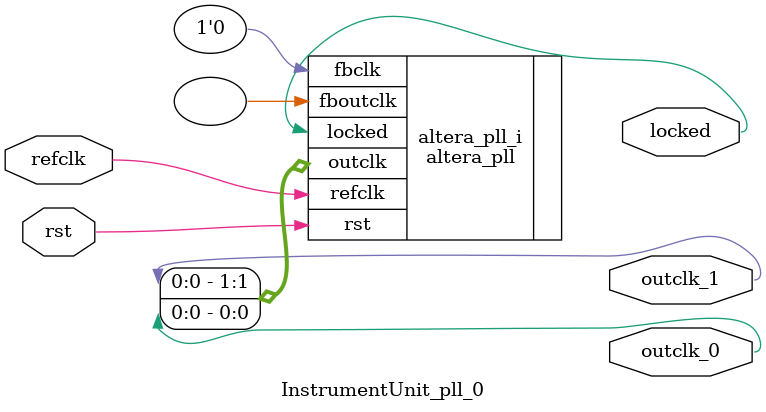
<source format=v>
`timescale 1ns/10ps
module  InstrumentUnit_pll_0(

	// interface 'refclk'
	input wire refclk,

	// interface 'reset'
	input wire rst,

	// interface 'outclk0'
	output wire outclk_0,

	// interface 'outclk1'
	output wire outclk_1,

	// interface 'locked'
	output wire locked
);

	altera_pll #(
		.fractional_vco_multiplier("false"),
		.reference_clock_frequency("50.0 MHz"),
		.operation_mode("direct"),
		.number_of_clocks(2),
		.output_clock_frequency0("25.000000 MHz"),
		.phase_shift0("0 ps"),
		.duty_cycle0(50),
		.output_clock_frequency1("100.000000 MHz"),
		.phase_shift1("0 ps"),
		.duty_cycle1(50),
		.output_clock_frequency2("0 MHz"),
		.phase_shift2("0 ps"),
		.duty_cycle2(50),
		.output_clock_frequency3("0 MHz"),
		.phase_shift3("0 ps"),
		.duty_cycle3(50),
		.output_clock_frequency4("0 MHz"),
		.phase_shift4("0 ps"),
		.duty_cycle4(50),
		.output_clock_frequency5("0 MHz"),
		.phase_shift5("0 ps"),
		.duty_cycle5(50),
		.output_clock_frequency6("0 MHz"),
		.phase_shift6("0 ps"),
		.duty_cycle6(50),
		.output_clock_frequency7("0 MHz"),
		.phase_shift7("0 ps"),
		.duty_cycle7(50),
		.output_clock_frequency8("0 MHz"),
		.phase_shift8("0 ps"),
		.duty_cycle8(50),
		.output_clock_frequency9("0 MHz"),
		.phase_shift9("0 ps"),
		.duty_cycle9(50),
		.output_clock_frequency10("0 MHz"),
		.phase_shift10("0 ps"),
		.duty_cycle10(50),
		.output_clock_frequency11("0 MHz"),
		.phase_shift11("0 ps"),
		.duty_cycle11(50),
		.output_clock_frequency12("0 MHz"),
		.phase_shift12("0 ps"),
		.duty_cycle12(50),
		.output_clock_frequency13("0 MHz"),
		.phase_shift13("0 ps"),
		.duty_cycle13(50),
		.output_clock_frequency14("0 MHz"),
		.phase_shift14("0 ps"),
		.duty_cycle14(50),
		.output_clock_frequency15("0 MHz"),
		.phase_shift15("0 ps"),
		.duty_cycle15(50),
		.output_clock_frequency16("0 MHz"),
		.phase_shift16("0 ps"),
		.duty_cycle16(50),
		.output_clock_frequency17("0 MHz"),
		.phase_shift17("0 ps"),
		.duty_cycle17(50),
		.pll_type("General"),
		.pll_subtype("General")
	) altera_pll_i (
		.rst	(rst),
		.outclk	({outclk_1, outclk_0}),
		.locked	(locked),
		.fboutclk	( ),
		.fbclk	(1'b0),
		.refclk	(refclk)
	);
endmodule


</source>
